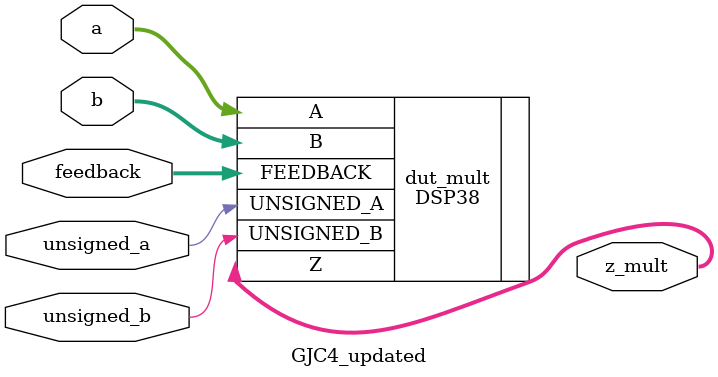
<source format=v>

module GJC4_updated(
   input [19:0] a,            // 20-bit data input for multipluier or accumulator loading
   input [17:0] b,            // 18-bit data input for multiplication
   input [2:0] 	 feedback,    // 3-bit feedback input selects coefficient
   input         unsigned_a,  // Selects signed or unsigned data for A input
   input         unsigned_b,   // Selects signed or unsigned data for B input
   output [37:0] z_mult);           // 38-bit data output

   DSP38 #(
           .DSP_MODE("MULTIPLY"),
           .OUTPUT_REG_EN("FALSE"),
           .INPUT_REG_EN("FALSE")
           ) dut_mult (
                  .A(a),
                  .B(b),
                  .Z(z_mult),
                  .FEEDBACK(feedback),
                  .UNSIGNED_A(unsigned_a),
                  .UNSIGNED_B(unsigned_b)
                  );
endmodule

</source>
